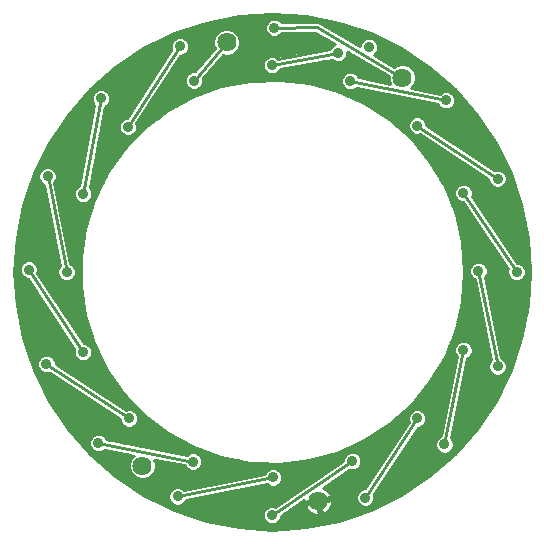
<source format=gbl>
G75*
%MOIN*%
%OFA0B0*%
%FSLAX24Y24*%
%IPPOS*%
%LPD*%
%AMOC8*
5,1,8,0,0,1.08239X$1,22.5*
%
%ADD10C,0.0640*%
%ADD11C,0.0100*%
%ADD12C,0.0350*%
D10*
X004570Y002430D03*
X010420Y001260D03*
X013230Y015370D03*
X007380Y016540D03*
D11*
X002081Y003668D02*
X002822Y002822D01*
X003668Y002081D01*
X004602Y001457D01*
X005611Y000959D01*
X006675Y000598D01*
X007778Y000379D01*
X008900Y000305D01*
X010022Y000379D01*
X011125Y000598D01*
X012189Y000959D01*
X013198Y001457D01*
X014132Y002081D01*
X014978Y002822D01*
X015719Y003668D01*
X016343Y004602D01*
X016841Y005611D01*
X017202Y006675D01*
X017421Y007778D01*
X017421Y007778D01*
X017495Y008900D01*
X017421Y010022D01*
X017202Y011125D01*
X016841Y012189D01*
X016343Y013198D01*
X015719Y014132D01*
X014978Y014978D01*
X014132Y015719D01*
X013198Y016343D01*
X012189Y016841D01*
X011125Y017202D01*
X010022Y017421D01*
X008900Y017495D01*
X007778Y017421D01*
X006675Y017202D01*
X005611Y016841D01*
X004602Y016343D01*
X003668Y015719D01*
X002822Y014978D01*
X002081Y014132D01*
X001457Y013198D01*
X000959Y012189D01*
X000598Y011125D01*
X000379Y010022D01*
X000305Y008900D01*
X000379Y007778D01*
X000598Y006675D01*
X000959Y005611D01*
X001457Y004603D01*
X002081Y003668D01*
X002062Y003696D02*
X005193Y003696D01*
X005322Y003598D02*
X002143Y003598D01*
X002229Y003499D02*
X005464Y003499D01*
X005418Y003524D02*
X006280Y003055D01*
X007203Y002724D01*
X008165Y002537D01*
X008165Y002537D01*
X009145Y002500D01*
X009145Y002500D01*
X010119Y002612D01*
X010119Y002612D01*
X011065Y002872D01*
X011960Y003273D01*
X012783Y003806D01*
X013515Y004459D01*
X014139Y005215D01*
X014640Y006058D01*
X015007Y006967D01*
X015007Y006967D01*
X015230Y007922D01*
X015230Y007922D01*
X015305Y008900D01*
X015230Y009878D01*
X015007Y010833D01*
X014640Y011742D01*
X014139Y012585D01*
X013515Y013341D01*
X013515Y013341D01*
X012783Y013994D01*
X012783Y013994D01*
X011960Y014527D01*
X011960Y014527D01*
X011065Y014928D01*
X011065Y014928D01*
X010119Y015188D01*
X009145Y015300D01*
X008165Y015263D01*
X007203Y015076D01*
X006280Y014745D01*
X005418Y014276D01*
X004639Y013682D01*
X004639Y013682D01*
X003959Y012975D01*
X003959Y012975D01*
X003394Y012173D01*
X002959Y011294D01*
X002663Y010359D01*
X002514Y009390D01*
X002514Y008410D01*
X002663Y007441D01*
X002959Y006506D01*
X002959Y006506D01*
X003394Y005627D01*
X003394Y005627D01*
X003959Y004825D01*
X004639Y004118D01*
X005418Y003524D01*
X005418Y003524D01*
X005645Y003401D02*
X003315Y003401D01*
X003276Y003440D02*
X003163Y003486D01*
X003042Y003486D01*
X002930Y003440D01*
X002844Y003354D01*
X002798Y003242D01*
X002798Y003121D01*
X002844Y003009D01*
X002930Y002923D01*
X003042Y002876D01*
X003163Y002876D01*
X003276Y002923D01*
X003311Y002958D01*
X004275Y002772D01*
X004189Y002685D01*
X004120Y002520D01*
X004120Y002340D01*
X004189Y002175D01*
X004315Y002049D01*
X004480Y001980D01*
X004660Y001980D01*
X004825Y002049D01*
X004951Y002175D01*
X005020Y002340D01*
X005020Y002520D01*
X004971Y002638D01*
X005984Y002442D01*
X006002Y002399D01*
X006088Y002314D01*
X006200Y002267D01*
X006321Y002267D01*
X006433Y002314D01*
X006519Y002399D01*
X006565Y002512D01*
X006565Y002633D01*
X006519Y002745D01*
X006433Y002831D01*
X006321Y002877D01*
X006200Y002877D01*
X006088Y002831D01*
X006053Y002796D01*
X003379Y003312D01*
X003361Y003354D01*
X003276Y003440D01*
X003428Y003302D02*
X005826Y003302D01*
X006008Y003204D02*
X003939Y003204D01*
X003570Y002908D02*
X003239Y002908D01*
X003103Y003181D02*
X006260Y002572D01*
X006066Y002810D02*
X005981Y002810D01*
X006189Y003105D02*
X004449Y003105D01*
X004215Y002711D02*
X002949Y002711D01*
X002837Y002810D02*
X004081Y002810D01*
X004159Y002613D02*
X003062Y002613D01*
X003174Y002514D02*
X004120Y002514D01*
X004120Y002416D02*
X003286Y002416D01*
X003399Y002317D02*
X004130Y002317D01*
X004171Y002219D02*
X003511Y002219D01*
X003623Y002120D02*
X004244Y002120D01*
X004380Y002022D02*
X003757Y002022D01*
X003904Y001923D02*
X007410Y001923D01*
X007273Y001529D02*
X009676Y001529D01*
X009531Y001431D02*
X006774Y001431D01*
X006911Y001825D02*
X004052Y001825D01*
X004199Y001726D02*
X006412Y001726D01*
X006275Y001332D02*
X009385Y001332D01*
X009239Y001234D02*
X005996Y001234D01*
X005999Y001237D02*
X006017Y001281D01*
X008723Y001815D01*
X008757Y001781D01*
X008869Y001735D01*
X008990Y001735D01*
X009102Y001781D01*
X009188Y001867D01*
X009235Y001979D01*
X009235Y002100D01*
X009188Y002213D01*
X009102Y002298D01*
X008990Y002345D01*
X008869Y002345D01*
X008757Y002298D01*
X008671Y002213D01*
X008653Y002169D01*
X005948Y001634D01*
X005913Y001668D01*
X005801Y001715D01*
X005680Y001715D01*
X005568Y001668D01*
X005482Y001583D01*
X005436Y001471D01*
X005436Y001349D01*
X005482Y001237D01*
X005568Y001151D01*
X005680Y001105D01*
X005801Y001105D01*
X005913Y001151D01*
X005999Y001237D01*
X005874Y001135D02*
X009094Y001135D01*
X008994Y001067D02*
X008951Y001085D01*
X008829Y001085D01*
X008717Y001038D01*
X008632Y000953D01*
X008585Y000841D01*
X008585Y000719D01*
X008632Y000607D01*
X008717Y000521D01*
X008829Y000475D01*
X008951Y000475D01*
X009063Y000521D01*
X009149Y000607D01*
X009195Y000719D01*
X009195Y000769D01*
X009950Y001280D01*
X009950Y001223D01*
X009951Y001217D01*
X010361Y001299D01*
X010381Y001201D01*
X010479Y001221D01*
X010459Y001319D01*
X010869Y001401D01*
X010856Y001440D01*
X010822Y001506D01*
X010778Y001566D01*
X010726Y001618D01*
X010666Y001662D01*
X010600Y001696D01*
X010576Y001703D01*
X011464Y002304D01*
X011507Y002286D01*
X011628Y002286D01*
X011740Y002332D01*
X011826Y002418D01*
X011872Y002530D01*
X011872Y002652D01*
X011826Y002764D01*
X011740Y002850D01*
X011628Y002896D01*
X011507Y002896D01*
X011395Y002850D01*
X011309Y002764D01*
X011262Y002652D01*
X011262Y002602D01*
X008994Y001067D01*
X008890Y000780D02*
X011567Y002591D01*
X011287Y002711D02*
X010479Y002711D01*
X010121Y002613D02*
X011262Y002613D01*
X011132Y002514D02*
X009269Y002514D01*
X009057Y002317D02*
X010841Y002317D01*
X010696Y002219D02*
X009182Y002219D01*
X009226Y002120D02*
X010550Y002120D01*
X010404Y002022D02*
X009235Y002022D01*
X009211Y001923D02*
X010259Y001923D01*
X010113Y001825D02*
X009146Y001825D01*
X008930Y002040D02*
X005741Y001410D01*
X005607Y001135D02*
X005254Y001135D01*
X005055Y001234D02*
X005486Y001234D01*
X005443Y001332D02*
X004855Y001332D01*
X004655Y001431D02*
X005436Y001431D01*
X005460Y001529D02*
X004494Y001529D01*
X004347Y001628D02*
X005527Y001628D01*
X005454Y001037D02*
X008715Y001037D01*
X008626Y000938D02*
X005673Y000938D01*
X005964Y000840D02*
X008585Y000840D01*
X008585Y000741D02*
X006254Y000741D01*
X006544Y000643D02*
X008617Y000643D01*
X008695Y000544D02*
X006946Y000544D01*
X007441Y000446D02*
X010359Y000446D01*
X010383Y000790D02*
X010310Y000802D01*
X010240Y000824D01*
X010174Y000858D01*
X010114Y000902D01*
X010062Y000954D01*
X010018Y001014D01*
X009984Y001080D01*
X009971Y001119D01*
X010381Y001201D01*
X010463Y000791D01*
X010457Y000790D01*
X010383Y000790D01*
X010453Y000840D02*
X010555Y000840D01*
X010561Y000811D02*
X010600Y000824D01*
X010666Y000858D01*
X010726Y000902D01*
X010778Y000954D01*
X010822Y001014D01*
X010856Y001080D01*
X010878Y001150D01*
X010890Y001223D01*
X010890Y001297D01*
X010889Y001303D01*
X010479Y001221D01*
X010561Y000811D01*
X010630Y000840D02*
X011836Y000840D01*
X011940Y001065D02*
X012061Y001065D01*
X012173Y001112D01*
X012259Y001198D01*
X012305Y001310D01*
X012305Y001431D01*
X012286Y001478D01*
X013748Y003703D01*
X013793Y003703D01*
X013905Y003750D01*
X013991Y003835D01*
X014038Y003948D01*
X014038Y004069D01*
X013991Y004181D01*
X013905Y004267D01*
X013793Y004313D01*
X013672Y004313D01*
X013560Y004267D01*
X013474Y004181D01*
X013428Y004069D01*
X013428Y003948D01*
X013447Y003901D01*
X011985Y001675D01*
X011940Y001675D01*
X011828Y001629D01*
X011742Y001543D01*
X011695Y001431D01*
X011695Y001310D01*
X011742Y001198D01*
X011828Y001112D01*
X011940Y001065D01*
X011805Y001135D02*
X010874Y001135D01*
X010890Y001234D02*
X011727Y001234D01*
X011695Y001332D02*
X010525Y001332D01*
X010543Y001234D02*
X010476Y001234D01*
X010496Y001135D02*
X010394Y001135D01*
X010414Y001037D02*
X010516Y001037D01*
X010535Y000938D02*
X010433Y000938D01*
X010210Y000840D02*
X009299Y000840D01*
X009195Y000741D02*
X011546Y000741D01*
X011256Y000643D02*
X009163Y000643D01*
X009086Y000544D02*
X010854Y000544D01*
X010763Y000938D02*
X012127Y000938D01*
X012196Y001135D02*
X012546Y001135D01*
X012745Y001234D02*
X012274Y001234D01*
X012305Y001332D02*
X012945Y001332D01*
X013145Y001431D02*
X012305Y001431D01*
X012320Y001529D02*
X013306Y001529D01*
X013453Y001628D02*
X012385Y001628D01*
X012449Y001726D02*
X013601Y001726D01*
X013748Y001825D02*
X012514Y001825D01*
X012579Y001923D02*
X013896Y001923D01*
X014043Y002022D02*
X012643Y002022D01*
X012708Y002120D02*
X014177Y002120D01*
X014289Y002219D02*
X012773Y002219D01*
X012837Y002317D02*
X014401Y002317D01*
X014514Y002416D02*
X012902Y002416D01*
X012967Y002514D02*
X014626Y002514D01*
X014738Y002613D02*
X013031Y002613D01*
X013096Y002711D02*
X014851Y002711D01*
X014963Y002810D02*
X013161Y002810D01*
X013225Y002908D02*
X014441Y002908D01*
X014465Y002884D02*
X014578Y002837D01*
X014699Y002837D01*
X014811Y002884D01*
X014897Y002969D01*
X014943Y003081D01*
X014943Y003203D01*
X014897Y003315D01*
X014863Y003349D01*
X015396Y006015D01*
X015441Y006033D01*
X015527Y006119D01*
X015573Y006231D01*
X015573Y006352D01*
X015527Y006465D01*
X015441Y006550D01*
X015329Y006597D01*
X015207Y006597D01*
X015095Y006550D01*
X015010Y006465D01*
X014963Y006352D01*
X014963Y006231D01*
X015010Y006119D01*
X015043Y006085D01*
X014510Y003419D01*
X014465Y003401D01*
X014380Y003315D01*
X014333Y003203D01*
X014333Y003081D01*
X014380Y002969D01*
X014465Y002884D01*
X014364Y003007D02*
X013290Y003007D01*
X013355Y003105D02*
X014333Y003105D01*
X014333Y003204D02*
X013420Y003204D01*
X013484Y003302D02*
X014374Y003302D01*
X014465Y003401D02*
X013549Y003401D01*
X013614Y003499D02*
X014526Y003499D01*
X014546Y003598D02*
X013678Y003598D01*
X013743Y003696D02*
X014565Y003696D01*
X014585Y003795D02*
X013950Y003795D01*
X014015Y003893D02*
X014605Y003893D01*
X014625Y003992D02*
X014038Y003992D01*
X014029Y004090D02*
X014644Y004090D01*
X014664Y004189D02*
X013984Y004189D01*
X013857Y004287D02*
X014684Y004287D01*
X014703Y004386D02*
X013433Y004386D01*
X013515Y004459D02*
X013515Y004459D01*
X013536Y004484D02*
X014723Y004484D01*
X014743Y004583D02*
X013617Y004583D01*
X013698Y004681D02*
X014762Y004681D01*
X014782Y004780D02*
X013780Y004780D01*
X013861Y004878D02*
X014802Y004878D01*
X014822Y004977D02*
X013942Y004977D01*
X014023Y005075D02*
X014841Y005075D01*
X014861Y005174D02*
X014105Y005174D01*
X014139Y005215D02*
X014139Y005215D01*
X014173Y005272D02*
X014881Y005272D01*
X014900Y005371D02*
X014231Y005371D01*
X014290Y005469D02*
X014920Y005469D01*
X014940Y005568D02*
X014348Y005568D01*
X014407Y005666D02*
X014959Y005666D01*
X014979Y005765D02*
X014465Y005765D01*
X014524Y005863D02*
X014999Y005863D01*
X015019Y005962D02*
X014583Y005962D01*
X014640Y006058D02*
X014640Y006058D01*
X014641Y006060D02*
X015038Y006060D01*
X014993Y006159D02*
X014680Y006159D01*
X014720Y006257D02*
X014963Y006257D01*
X014964Y006356D02*
X014760Y006356D01*
X014800Y006454D02*
X015005Y006454D01*
X015101Y006553D02*
X014839Y006553D01*
X014879Y006651D02*
X016044Y006651D01*
X016063Y006553D02*
X015436Y006553D01*
X015531Y006454D02*
X016083Y006454D01*
X016103Y006356D02*
X015572Y006356D01*
X015573Y006257D02*
X016123Y006257D01*
X016142Y006159D02*
X015543Y006159D01*
X015468Y006060D02*
X016162Y006060D01*
X016182Y005962D02*
X015386Y005962D01*
X015366Y005863D02*
X016130Y005863D01*
X016151Y005913D02*
X016105Y005801D01*
X016105Y005680D01*
X016151Y005568D01*
X016237Y005482D01*
X016349Y005436D01*
X016471Y005436D01*
X016583Y005482D01*
X016668Y005568D01*
X016715Y005680D01*
X016715Y005801D01*
X016668Y005913D01*
X016583Y005999D01*
X016538Y006018D01*
X015995Y008723D01*
X016029Y008757D01*
X016075Y008869D01*
X016075Y008990D01*
X016029Y009102D01*
X015943Y009188D01*
X015831Y009235D01*
X015709Y009235D01*
X015597Y009188D01*
X015512Y009102D01*
X015465Y008990D01*
X015465Y008869D01*
X015512Y008757D01*
X015597Y008671D01*
X015642Y008652D01*
X016185Y005947D01*
X016151Y005913D01*
X016105Y005765D02*
X015346Y005765D01*
X015327Y005666D02*
X016111Y005666D01*
X016152Y005568D02*
X015307Y005568D01*
X015287Y005469D02*
X016268Y005469D01*
X016551Y005469D02*
X016771Y005469D01*
X016819Y005568D02*
X016668Y005568D01*
X016709Y005666D02*
X016859Y005666D01*
X016893Y005765D02*
X016715Y005765D01*
X016689Y005863D02*
X016926Y005863D01*
X016960Y005962D02*
X016620Y005962D01*
X016529Y006060D02*
X016993Y006060D01*
X017027Y006159D02*
X016510Y006159D01*
X016490Y006257D02*
X017060Y006257D01*
X017094Y006356D02*
X016470Y006356D01*
X016450Y006454D02*
X017127Y006454D01*
X017160Y006553D02*
X016431Y006553D01*
X016411Y006651D02*
X017194Y006651D01*
X017217Y006750D02*
X016391Y006750D01*
X016371Y006848D02*
X017236Y006848D01*
X017256Y006947D02*
X016351Y006947D01*
X016332Y007045D02*
X017276Y007045D01*
X017295Y007144D02*
X016312Y007144D01*
X016292Y007242D02*
X017315Y007242D01*
X017334Y007341D02*
X016272Y007341D01*
X016253Y007439D02*
X017354Y007439D01*
X017374Y007538D02*
X016233Y007538D01*
X016213Y007636D02*
X017393Y007636D01*
X017413Y007735D02*
X016193Y007735D01*
X016174Y007833D02*
X017425Y007833D01*
X017432Y007932D02*
X016154Y007932D01*
X016134Y008030D02*
X017438Y008030D01*
X017444Y008129D02*
X016114Y008129D01*
X016095Y008227D02*
X017451Y008227D01*
X017457Y008326D02*
X016075Y008326D01*
X016055Y008424D02*
X017464Y008424D01*
X017470Y008523D02*
X016035Y008523D01*
X016016Y008621D02*
X016893Y008621D01*
X016867Y008632D02*
X016979Y008585D01*
X017100Y008585D01*
X017213Y008632D01*
X017298Y008717D01*
X017345Y008829D01*
X017345Y008951D01*
X017298Y009063D01*
X017213Y009149D01*
X017100Y009195D01*
X017052Y009195D01*
X015555Y011424D01*
X015573Y011467D01*
X015573Y011589D01*
X015527Y011701D01*
X015441Y011787D01*
X015329Y011833D01*
X015207Y011833D01*
X015095Y011787D01*
X015010Y011701D01*
X014963Y011589D01*
X014963Y011467D01*
X015010Y011355D01*
X015095Y011269D01*
X015207Y011223D01*
X015256Y011223D01*
X016753Y008994D01*
X016735Y008951D01*
X016735Y008829D01*
X016781Y008717D01*
X016867Y008632D01*
X016780Y008720D02*
X015996Y008720D01*
X016054Y008818D02*
X016740Y008818D01*
X016735Y008917D02*
X016075Y008917D01*
X016065Y009015D02*
X016739Y009015D01*
X016673Y009114D02*
X016017Y009114D01*
X015885Y009212D02*
X016607Y009212D01*
X016541Y009311D02*
X015273Y009311D01*
X015266Y009409D02*
X016474Y009409D01*
X016408Y009508D02*
X015258Y009508D01*
X015251Y009606D02*
X016342Y009606D01*
X016276Y009705D02*
X015243Y009705D01*
X015236Y009803D02*
X016210Y009803D01*
X016144Y009902D02*
X015224Y009902D01*
X015230Y009878D02*
X015230Y009878D01*
X015201Y010000D02*
X016078Y010000D01*
X016011Y010099D02*
X015178Y010099D01*
X015155Y010197D02*
X015945Y010197D01*
X015879Y010296D02*
X015132Y010296D01*
X015109Y010394D02*
X015813Y010394D01*
X015747Y010493D02*
X015086Y010493D01*
X015063Y010591D02*
X015681Y010591D01*
X015614Y010690D02*
X015040Y010690D01*
X015017Y010788D02*
X015548Y010788D01*
X015482Y010887D02*
X014985Y010887D01*
X015007Y010833D02*
X015007Y010833D01*
X014945Y010985D02*
X015416Y010985D01*
X015350Y011084D02*
X014905Y011084D01*
X014866Y011182D02*
X015284Y011182D01*
X015084Y011281D02*
X014826Y011281D01*
X014786Y011379D02*
X015000Y011379D01*
X014963Y011478D02*
X014747Y011478D01*
X014707Y011576D02*
X014963Y011576D01*
X014999Y011675D02*
X014667Y011675D01*
X014640Y011742D02*
X014640Y011742D01*
X014622Y011773D02*
X015082Y011773D01*
X015268Y011528D02*
X017040Y008890D01*
X017187Y008621D02*
X017477Y008621D01*
X017483Y008720D02*
X017299Y008720D01*
X017340Y008818D02*
X017490Y008818D01*
X017494Y008917D02*
X017345Y008917D01*
X017318Y009015D02*
X017487Y009015D01*
X017481Y009114D02*
X017248Y009114D01*
X017040Y009212D02*
X017475Y009212D01*
X017468Y009311D02*
X016974Y009311D01*
X016908Y009409D02*
X017462Y009409D01*
X017455Y009508D02*
X016842Y009508D01*
X016776Y009606D02*
X017449Y009606D01*
X017442Y009705D02*
X016710Y009705D01*
X016643Y009803D02*
X017436Y009803D01*
X017429Y009902D02*
X016577Y009902D01*
X016511Y010000D02*
X017423Y010000D01*
X017406Y010099D02*
X016445Y010099D01*
X016379Y010197D02*
X017387Y010197D01*
X017367Y010296D02*
X016313Y010296D01*
X016247Y010394D02*
X017347Y010394D01*
X017328Y010493D02*
X016180Y010493D01*
X016114Y010591D02*
X017308Y010591D01*
X017289Y010690D02*
X016048Y010690D01*
X015982Y010788D02*
X017269Y010788D01*
X017249Y010887D02*
X015916Y010887D01*
X015850Y010985D02*
X017230Y010985D01*
X017210Y011084D02*
X015783Y011084D01*
X015717Y011182D02*
X017183Y011182D01*
X017149Y011281D02*
X015651Y011281D01*
X015585Y011379D02*
X017116Y011379D01*
X017082Y011478D02*
X015573Y011478D01*
X015573Y011576D02*
X017049Y011576D01*
X017015Y011675D02*
X015538Y011675D01*
X015454Y011773D02*
X016206Y011773D01*
X016237Y011742D02*
X016349Y011695D01*
X016471Y011695D01*
X016583Y011742D01*
X016668Y011828D01*
X016715Y011940D01*
X016715Y012061D01*
X016668Y012173D01*
X016583Y012259D01*
X016471Y012305D01*
X016349Y012305D01*
X016304Y012287D01*
X014038Y013786D01*
X014038Y013833D01*
X013991Y013945D01*
X013905Y014031D01*
X013793Y014077D01*
X013672Y014077D01*
X013560Y014031D01*
X013474Y013945D01*
X013428Y013833D01*
X013428Y013711D01*
X013474Y013599D01*
X013560Y013513D01*
X013672Y013467D01*
X013793Y013467D01*
X013839Y013486D01*
X016105Y011986D01*
X016105Y011940D01*
X016151Y011828D01*
X016237Y011742D01*
X016133Y011872D02*
X014563Y011872D01*
X014504Y011970D02*
X016105Y011970D01*
X015981Y012069D02*
X014446Y012069D01*
X014387Y012167D02*
X015832Y012167D01*
X015683Y012266D02*
X014329Y012266D01*
X014270Y012364D02*
X015534Y012364D01*
X015385Y012463D02*
X014212Y012463D01*
X014153Y012561D02*
X015236Y012561D01*
X015088Y012660D02*
X014077Y012660D01*
X014139Y012585D02*
X014139Y012585D01*
X013996Y012758D02*
X014939Y012758D01*
X014790Y012857D02*
X013915Y012857D01*
X013834Y012955D02*
X014641Y012955D01*
X014492Y013054D02*
X013752Y013054D01*
X013671Y013152D02*
X014343Y013152D01*
X014195Y013251D02*
X013590Y013251D01*
X013515Y013341D02*
X013515Y013341D01*
X013506Y013349D02*
X014046Y013349D01*
X013897Y013448D02*
X013396Y013448D01*
X013285Y013546D02*
X013527Y013546D01*
X013455Y013645D02*
X013175Y013645D01*
X013064Y013743D02*
X013428Y013743D01*
X013431Y013842D02*
X012954Y013842D01*
X012843Y013940D02*
X013472Y013940D01*
X013579Y014039D02*
X012714Y014039D01*
X012562Y014137D02*
X015715Y014137D01*
X015782Y014039D02*
X013886Y014039D01*
X013993Y013940D02*
X015847Y013940D01*
X015913Y013842D02*
X014034Y013842D01*
X014103Y013743D02*
X015979Y013743D01*
X016045Y013645D02*
X014252Y013645D01*
X014400Y013546D02*
X016111Y013546D01*
X016176Y013448D02*
X014549Y013448D01*
X014698Y013349D02*
X016242Y013349D01*
X016308Y013251D02*
X014847Y013251D01*
X014996Y013152D02*
X016366Y013152D01*
X016414Y013054D02*
X015145Y013054D01*
X015293Y012955D02*
X016463Y012955D01*
X016512Y012857D02*
X015442Y012857D01*
X015591Y012758D02*
X016560Y012758D01*
X016609Y012660D02*
X015740Y012660D01*
X015889Y012561D02*
X016657Y012561D01*
X016706Y012463D02*
X016038Y012463D01*
X016187Y012364D02*
X016755Y012364D01*
X016803Y012266D02*
X016567Y012266D01*
X016671Y012167D02*
X016848Y012167D01*
X016882Y012069D02*
X016712Y012069D01*
X016715Y011970D02*
X016915Y011970D01*
X016949Y011872D02*
X016687Y011872D01*
X016614Y011773D02*
X016982Y011773D01*
X016410Y012000D02*
X013733Y013772D01*
X014171Y014531D02*
X011951Y014531D01*
X012105Y014433D02*
X014436Y014433D01*
X014431Y014438D02*
X014517Y014352D01*
X014629Y014306D01*
X014750Y014306D01*
X014862Y014352D01*
X014948Y014438D01*
X014994Y014550D01*
X014994Y014671D01*
X014948Y014783D01*
X014862Y014869D01*
X014750Y014916D01*
X014629Y014916D01*
X014517Y014869D01*
X014483Y014836D01*
X013524Y015028D01*
X013611Y015115D01*
X013680Y015280D01*
X013680Y015460D01*
X013611Y015625D01*
X013485Y015751D01*
X013320Y015820D01*
X013140Y015820D01*
X012975Y015751D01*
X012961Y015737D01*
X012290Y016131D01*
X012291Y016132D01*
X012377Y016217D01*
X012424Y016329D01*
X012424Y016451D01*
X012377Y016563D01*
X012291Y016649D01*
X012179Y016695D01*
X012058Y016695D01*
X011946Y016649D01*
X011860Y016563D01*
X011814Y016451D01*
X011814Y016410D01*
X010497Y017184D01*
X010460Y017220D01*
X010435Y017220D01*
X010413Y017233D01*
X010363Y017220D01*
X009215Y017213D01*
X009138Y017290D01*
X009026Y017337D01*
X008904Y017337D01*
X008792Y017290D01*
X008706Y017205D01*
X008660Y017093D01*
X008660Y016971D01*
X008706Y016859D01*
X008792Y016773D01*
X008904Y016727D01*
X009026Y016727D01*
X009138Y016773D01*
X009218Y016853D01*
X010338Y016859D01*
X010987Y016479D01*
X010922Y016452D01*
X010836Y016366D01*
X010819Y016325D01*
X009099Y016002D01*
X009063Y016038D01*
X008951Y016085D01*
X008829Y016085D01*
X008717Y016038D01*
X008632Y015953D01*
X008585Y015841D01*
X008585Y015719D01*
X008632Y015607D01*
X008717Y015521D01*
X008829Y015475D01*
X008951Y015475D01*
X009063Y015521D01*
X009149Y015607D01*
X009166Y015648D01*
X010886Y015971D01*
X010922Y015935D01*
X011034Y015888D01*
X011156Y015888D01*
X011268Y015935D01*
X011353Y016021D01*
X011400Y016133D01*
X011400Y016236D01*
X012780Y015425D01*
X012780Y015280D01*
X012827Y015168D01*
X011777Y015378D01*
X011759Y015423D01*
X011673Y015509D01*
X011561Y015555D01*
X011439Y015555D01*
X011327Y015509D01*
X011241Y015423D01*
X011195Y015311D01*
X011195Y015189D01*
X011241Y015077D01*
X011327Y014991D01*
X011439Y014945D01*
X011561Y014945D01*
X011673Y014991D01*
X011706Y015025D01*
X014412Y014483D01*
X014431Y014438D01*
X014560Y014334D02*
X012258Y014334D01*
X012410Y014236D02*
X015628Y014236D01*
X015542Y014334D02*
X014819Y014334D01*
X014943Y014433D02*
X015456Y014433D01*
X015369Y014531D02*
X014987Y014531D01*
X014994Y014630D02*
X015283Y014630D01*
X015196Y014728D02*
X014971Y014728D01*
X014905Y014827D02*
X015110Y014827D01*
X015024Y014925D02*
X014037Y014925D01*
X013679Y014630D02*
X011731Y014630D01*
X011511Y014728D02*
X013188Y014728D01*
X013545Y015024D02*
X014925Y015024D01*
X014813Y015122D02*
X013614Y015122D01*
X013655Y015221D02*
X014701Y015221D01*
X014588Y015319D02*
X013680Y015319D01*
X013680Y015418D02*
X014476Y015418D01*
X014364Y015516D02*
X013657Y015516D01*
X013616Y015615D02*
X014251Y015615D01*
X014139Y015713D02*
X013523Y015713D01*
X013340Y015812D02*
X013994Y015812D01*
X013846Y015910D02*
X012666Y015910D01*
X012834Y015812D02*
X013120Y015812D01*
X013230Y015370D02*
X010386Y017040D01*
X008965Y017032D01*
X009161Y016797D02*
X010445Y016797D01*
X010613Y016698D02*
X007802Y016698D01*
X007830Y016630D02*
X007761Y016795D01*
X007635Y016921D01*
X007470Y016990D01*
X007290Y016990D01*
X007125Y016921D01*
X006999Y016795D01*
X006930Y016630D01*
X006930Y016450D01*
X006975Y016343D01*
X006316Y015573D01*
X006231Y015573D01*
X006119Y015527D01*
X006033Y015441D01*
X005987Y015329D01*
X005987Y015207D01*
X006033Y015095D01*
X006119Y015010D01*
X006231Y014963D01*
X006352Y014963D01*
X006465Y015010D01*
X006550Y015095D01*
X006597Y015207D01*
X006597Y015329D01*
X006591Y015342D01*
X007247Y016108D01*
X007290Y016090D01*
X007470Y016090D01*
X007635Y016159D01*
X007761Y016285D01*
X007830Y016450D01*
X007830Y016630D01*
X007830Y016600D02*
X010780Y016600D01*
X010948Y016501D02*
X007830Y016501D01*
X007810Y016403D02*
X010873Y016403D01*
X010709Y016304D02*
X007769Y016304D01*
X007682Y016206D02*
X010183Y016206D01*
X010561Y015910D02*
X010982Y015910D01*
X011208Y015910D02*
X011955Y015910D01*
X012123Y015812D02*
X010036Y015812D01*
X009658Y016107D02*
X007511Y016107D01*
X007249Y016107D02*
X007246Y016107D01*
X007162Y016009D02*
X008687Y016009D01*
X008614Y015910D02*
X007078Y015910D01*
X006994Y015812D02*
X008585Y015812D01*
X008588Y015713D02*
X006909Y015713D01*
X006825Y015615D02*
X008629Y015615D01*
X008730Y015516D02*
X006741Y015516D01*
X006656Y015418D02*
X011239Y015418D01*
X011198Y015319D02*
X006597Y015319D01*
X006597Y015221D02*
X007948Y015221D01*
X007440Y015122D02*
X006561Y015122D01*
X006478Y015024D02*
X007057Y015024D01*
X006782Y014925D02*
X005073Y014925D01*
X005137Y015024D02*
X006105Y015024D01*
X006022Y015122D02*
X005200Y015122D01*
X005264Y015221D02*
X005987Y015221D01*
X005987Y015319D02*
X005328Y015319D01*
X005392Y015418D02*
X006023Y015418D01*
X006108Y015516D02*
X005455Y015516D01*
X005519Y015615D02*
X006351Y015615D01*
X006436Y015713D02*
X005583Y015713D01*
X005647Y015812D02*
X006520Y015812D01*
X006604Y015910D02*
X005710Y015910D01*
X005774Y016009D02*
X006688Y016009D01*
X006773Y016107D02*
X005885Y016107D01*
X005880Y016105D02*
X005992Y016151D01*
X006078Y016237D01*
X006124Y016349D01*
X006124Y016471D01*
X006078Y016583D01*
X005992Y016668D01*
X005880Y016715D01*
X005759Y016715D01*
X005647Y016668D01*
X005561Y016583D01*
X005514Y016471D01*
X005514Y016349D01*
X005534Y016301D01*
X004070Y014038D01*
X004026Y014038D01*
X003914Y013991D01*
X003828Y013905D01*
X003782Y013793D01*
X003782Y013672D01*
X003828Y013560D01*
X003914Y013474D01*
X004026Y013428D01*
X004148Y013428D01*
X004260Y013474D01*
X004346Y013560D01*
X004392Y013672D01*
X004392Y013793D01*
X004372Y013842D01*
X005836Y016105D01*
X005880Y016105D01*
X006046Y016206D02*
X006857Y016206D01*
X006941Y016304D02*
X006106Y016304D01*
X006124Y016403D02*
X006950Y016403D01*
X006930Y016501D02*
X006112Y016501D01*
X006061Y016600D02*
X006930Y016600D01*
X006958Y016698D02*
X005921Y016698D01*
X005718Y016698D02*
X005321Y016698D01*
X005122Y016600D02*
X005578Y016600D01*
X005527Y016501D02*
X004922Y016501D01*
X004722Y016403D02*
X005514Y016403D01*
X005533Y016304D02*
X004543Y016304D01*
X004396Y016206D02*
X005473Y016206D01*
X005409Y016107D02*
X004249Y016107D01*
X004101Y016009D02*
X005345Y016009D01*
X005281Y015910D02*
X003954Y015910D01*
X003806Y015812D02*
X005218Y015812D01*
X005154Y015713D02*
X003661Y015713D01*
X003549Y015615D02*
X005090Y015615D01*
X005027Y015516D02*
X003436Y015516D01*
X003324Y015418D02*
X004963Y015418D01*
X004899Y015319D02*
X003212Y015319D01*
X003099Y015221D02*
X004835Y015221D01*
X004772Y015122D02*
X002987Y015122D01*
X002875Y015024D02*
X004708Y015024D01*
X004644Y014925D02*
X003365Y014925D01*
X003354Y014936D02*
X003242Y014983D01*
X003121Y014983D01*
X003009Y014936D01*
X002923Y014850D01*
X002876Y014738D01*
X002876Y014617D01*
X002923Y014505D01*
X002960Y014468D01*
X002459Y011764D01*
X002418Y011747D01*
X002332Y011661D01*
X002286Y011549D01*
X002286Y011428D01*
X002332Y011316D01*
X002418Y011230D01*
X002530Y011184D01*
X002652Y011184D01*
X002764Y011230D01*
X002850Y011316D01*
X002896Y011428D01*
X002896Y011549D01*
X002850Y011661D01*
X002813Y011698D01*
X003314Y014402D01*
X003354Y014419D01*
X003440Y014505D01*
X003486Y014617D01*
X003486Y014738D01*
X003440Y014850D01*
X003354Y014936D01*
X003450Y014827D02*
X004580Y014827D01*
X004517Y014728D02*
X003486Y014728D01*
X003486Y014630D02*
X004453Y014630D01*
X004389Y014531D02*
X003451Y014531D01*
X003368Y014433D02*
X004325Y014433D01*
X004262Y014334D02*
X003301Y014334D01*
X003283Y014236D02*
X004198Y014236D01*
X004134Y014137D02*
X003264Y014137D01*
X003246Y014039D02*
X004071Y014039D01*
X003863Y013940D02*
X003228Y013940D01*
X003210Y013842D02*
X003802Y013842D01*
X003782Y013743D02*
X003191Y013743D01*
X003173Y013645D02*
X003793Y013645D01*
X003842Y013546D02*
X003155Y013546D01*
X003137Y013448D02*
X003978Y013448D01*
X004196Y013448D02*
X004413Y013448D01*
X004332Y013546D02*
X004508Y013546D01*
X004603Y013645D02*
X004381Y013645D01*
X004392Y013743D02*
X004719Y013743D01*
X004848Y013842D02*
X004372Y013842D01*
X004436Y013940D02*
X004978Y013940D01*
X005107Y014039D02*
X004499Y014039D01*
X004563Y014137D02*
X005236Y014137D01*
X005365Y014236D02*
X004627Y014236D01*
X004691Y014334D02*
X005525Y014334D01*
X005418Y014276D02*
X005418Y014276D01*
X005706Y014433D02*
X004754Y014433D01*
X004818Y014531D02*
X005887Y014531D01*
X006068Y014630D02*
X004882Y014630D01*
X004945Y014728D02*
X006249Y014728D01*
X006508Y014827D02*
X005009Y014827D01*
X004087Y013733D02*
X005819Y016410D01*
X005771Y016895D02*
X007099Y016895D01*
X007000Y016797D02*
X005521Y016797D01*
X006061Y016994D02*
X008660Y016994D01*
X008660Y017092D02*
X006351Y017092D01*
X006641Y017191D02*
X008701Y017191D01*
X008791Y017289D02*
X007112Y017289D01*
X007608Y017388D02*
X010192Y017388D01*
X010490Y017191D02*
X011159Y017191D01*
X011449Y017092D02*
X010653Y017092D01*
X010820Y016994D02*
X011739Y016994D01*
X012029Y016895D02*
X010988Y016895D01*
X011156Y016797D02*
X012279Y016797D01*
X012340Y016600D02*
X012678Y016600D01*
X012479Y016698D02*
X011324Y016698D01*
X011491Y016600D02*
X011897Y016600D01*
X011834Y016501D02*
X011659Y016501D01*
X011451Y016206D02*
X011400Y016206D01*
X011389Y016107D02*
X011619Y016107D01*
X011787Y016009D02*
X011341Y016009D01*
X011095Y016193D02*
X008890Y015780D01*
X009050Y015516D02*
X011345Y015516D01*
X011500Y015250D02*
X014689Y014611D01*
X013699Y016009D02*
X012498Y016009D01*
X012330Y016107D02*
X013551Y016107D01*
X013404Y016206D02*
X012365Y016206D01*
X012413Y016304D02*
X013257Y016304D01*
X013078Y016403D02*
X012424Y016403D01*
X012403Y016501D02*
X012878Y016501D01*
X012290Y015713D02*
X009510Y015713D01*
X009152Y015615D02*
X012458Y015615D01*
X012626Y015516D02*
X011655Y015516D01*
X011761Y015418D02*
X012780Y015418D01*
X012780Y015319D02*
X012071Y015319D01*
X011714Y015024D02*
X011705Y015024D01*
X011295Y015024D02*
X010717Y015024D01*
X011072Y014925D02*
X012205Y014925D01*
X012563Y015221D02*
X012805Y015221D01*
X012697Y014827D02*
X011291Y014827D01*
X011223Y015122D02*
X010359Y015122D01*
X010119Y015188D02*
X010119Y015188D01*
X009836Y015221D02*
X011195Y015221D01*
X009133Y016009D02*
X009093Y016009D01*
X008769Y016797D02*
X007760Y016797D01*
X007661Y016895D02*
X008692Y016895D01*
X009139Y017289D02*
X010688Y017289D01*
X009037Y017486D02*
X008763Y017486D01*
X007380Y016540D02*
X006292Y015268D01*
X004318Y013349D02*
X003119Y013349D01*
X003100Y013251D02*
X004224Y013251D01*
X004129Y013152D02*
X003082Y013152D01*
X003064Y013054D02*
X004034Y013054D01*
X003944Y012955D02*
X003046Y012955D01*
X003027Y012857D02*
X003875Y012857D01*
X003806Y012758D02*
X003009Y012758D01*
X002991Y012660D02*
X003737Y012660D01*
X003667Y012561D02*
X002973Y012561D01*
X002954Y012463D02*
X003598Y012463D01*
X003529Y012364D02*
X002936Y012364D01*
X002918Y012266D02*
X003459Y012266D01*
X003394Y012173D02*
X003394Y012173D01*
X003391Y012167D02*
X002900Y012167D01*
X002881Y012069D02*
X003343Y012069D01*
X003294Y011970D02*
X002863Y011970D01*
X002845Y011872D02*
X003245Y011872D01*
X003196Y011773D02*
X002827Y011773D01*
X002836Y011675D02*
X003148Y011675D01*
X003099Y011576D02*
X002885Y011576D01*
X002896Y011478D02*
X003050Y011478D01*
X003001Y011379D02*
X002876Y011379D01*
X002814Y011281D02*
X002955Y011281D01*
X002959Y011294D02*
X002959Y011294D01*
X002924Y011182D02*
X001771Y011182D01*
X001790Y011084D02*
X002893Y011084D01*
X002861Y010985D02*
X001809Y010985D01*
X001829Y010887D02*
X002830Y010887D01*
X002799Y010788D02*
X001848Y010788D01*
X001868Y010690D02*
X002768Y010690D01*
X002737Y010591D02*
X001887Y010591D01*
X001907Y010493D02*
X002706Y010493D01*
X002674Y010394D02*
X001926Y010394D01*
X001946Y010296D02*
X002654Y010296D01*
X002663Y010359D02*
X002663Y010359D01*
X002638Y010197D02*
X001965Y010197D01*
X001985Y010099D02*
X002623Y010099D01*
X002608Y010000D02*
X002004Y010000D01*
X002023Y009902D02*
X002593Y009902D01*
X002578Y009803D02*
X002043Y009803D01*
X002062Y009705D02*
X002562Y009705D01*
X002547Y009606D02*
X002082Y009606D01*
X002101Y009508D02*
X002532Y009508D01*
X002517Y009409D02*
X002121Y009409D01*
X002140Y009311D02*
X002514Y009311D01*
X002514Y009212D02*
X002160Y009212D01*
X002169Y009167D02*
X001634Y011872D01*
X001668Y011906D01*
X001715Y012018D01*
X001715Y012140D01*
X001668Y012252D01*
X001583Y012338D01*
X001471Y012384D01*
X001349Y012384D01*
X001237Y012338D01*
X001151Y012252D01*
X001105Y012140D01*
X001105Y012018D01*
X001151Y011906D01*
X001237Y011821D01*
X001281Y011802D01*
X001815Y009097D01*
X001781Y009063D01*
X001735Y008951D01*
X001735Y008829D01*
X001781Y008717D01*
X001867Y008632D01*
X001979Y008585D01*
X002100Y008585D01*
X002213Y008632D01*
X002298Y008717D01*
X002345Y008829D01*
X002345Y008951D01*
X002298Y009063D01*
X002213Y009149D01*
X002169Y009167D01*
X002248Y009114D02*
X002514Y009114D01*
X002514Y009015D02*
X002318Y009015D01*
X002345Y008917D02*
X002514Y008917D01*
X002514Y008818D02*
X002340Y008818D01*
X002299Y008720D02*
X002514Y008720D01*
X002514Y008621D02*
X002187Y008621D01*
X002040Y008890D02*
X001410Y012079D01*
X001125Y011970D02*
X000885Y011970D01*
X000918Y012069D02*
X001105Y012069D01*
X001116Y012167D02*
X000952Y012167D01*
X000997Y012266D02*
X001165Y012266D01*
X001045Y012364D02*
X001301Y012364D01*
X001519Y012364D02*
X002570Y012364D01*
X002552Y012266D02*
X001655Y012266D01*
X001704Y012167D02*
X002534Y012167D01*
X002515Y012069D02*
X001715Y012069D01*
X001695Y011970D02*
X002497Y011970D01*
X002479Y011872D02*
X001634Y011872D01*
X001654Y011773D02*
X002461Y011773D01*
X002346Y011675D02*
X001673Y011675D01*
X001693Y011576D02*
X002297Y011576D01*
X002286Y011478D02*
X001712Y011478D01*
X001732Y011379D02*
X002306Y011379D01*
X002368Y011281D02*
X001751Y011281D01*
X001404Y011182D02*
X000617Y011182D01*
X000590Y011084D02*
X001423Y011084D01*
X001442Y010985D02*
X000570Y010985D01*
X000551Y010887D02*
X001462Y010887D01*
X001481Y010788D02*
X000531Y010788D01*
X000511Y010690D02*
X001501Y010690D01*
X001520Y010591D02*
X000492Y010591D01*
X000472Y010493D02*
X001540Y010493D01*
X001559Y010394D02*
X000453Y010394D01*
X000433Y010296D02*
X001579Y010296D01*
X001598Y010197D02*
X000413Y010197D01*
X000394Y010099D02*
X001618Y010099D01*
X001637Y010000D02*
X000377Y010000D01*
X000371Y009902D02*
X001657Y009902D01*
X001676Y009803D02*
X000364Y009803D01*
X000358Y009705D02*
X001695Y009705D01*
X001715Y009606D02*
X000351Y009606D01*
X000345Y009508D02*
X001734Y009508D01*
X001754Y009409D02*
X000338Y009409D01*
X000332Y009311D02*
X001773Y009311D01*
X001793Y009212D02*
X000968Y009212D01*
X000953Y009227D02*
X000841Y009274D01*
X000719Y009274D01*
X000607Y009227D01*
X000521Y009142D01*
X000475Y009030D01*
X000475Y008908D01*
X000521Y008796D01*
X000607Y008710D01*
X000719Y008664D01*
X000765Y008664D01*
X002305Y006320D01*
X002286Y006274D01*
X002286Y006152D01*
X002332Y006040D01*
X002418Y005954D01*
X002530Y005908D01*
X002652Y005908D01*
X002764Y005954D01*
X002850Y006040D01*
X002896Y006152D01*
X002896Y006274D01*
X002850Y006386D01*
X002764Y006472D01*
X002652Y006518D01*
X002606Y006518D01*
X001066Y008862D01*
X001085Y008908D01*
X001085Y009030D01*
X001038Y009142D01*
X000953Y009227D01*
X001050Y009114D02*
X001812Y009114D01*
X001761Y009015D02*
X001085Y009015D01*
X001085Y008917D02*
X001735Y008917D01*
X001740Y008818D02*
X001094Y008818D01*
X001159Y008720D02*
X001780Y008720D01*
X001893Y008621D02*
X001224Y008621D01*
X001289Y008523D02*
X002514Y008523D01*
X002514Y008424D02*
X001353Y008424D01*
X001418Y008326D02*
X002527Y008326D01*
X002542Y008227D02*
X001483Y008227D01*
X001548Y008129D02*
X002557Y008129D01*
X002572Y008030D02*
X001612Y008030D01*
X001677Y007932D02*
X002588Y007932D01*
X002603Y007833D02*
X001742Y007833D01*
X001806Y007735D02*
X002618Y007735D01*
X002633Y007636D02*
X001871Y007636D01*
X001936Y007538D02*
X002649Y007538D01*
X002663Y007441D02*
X002663Y007441D01*
X002664Y007439D02*
X002001Y007439D01*
X002065Y007341D02*
X002695Y007341D01*
X002726Y007242D02*
X002130Y007242D01*
X002195Y007144D02*
X002757Y007144D01*
X002789Y007045D02*
X002260Y007045D01*
X002324Y006947D02*
X002820Y006947D01*
X002851Y006848D02*
X002389Y006848D01*
X002454Y006750D02*
X002882Y006750D01*
X002913Y006651D02*
X002518Y006651D01*
X002583Y006553D02*
X002945Y006553D01*
X002985Y006454D02*
X002781Y006454D01*
X002862Y006356D02*
X003034Y006356D01*
X003082Y006257D02*
X002896Y006257D01*
X002896Y006159D02*
X003131Y006159D01*
X003180Y006060D02*
X002858Y006060D01*
X002771Y005962D02*
X003229Y005962D01*
X003278Y005863D02*
X001675Y005863D01*
X001675Y005880D02*
X001675Y005834D01*
X004019Y004294D01*
X004066Y004313D01*
X004187Y004313D01*
X004299Y004267D01*
X004385Y004181D01*
X004431Y004069D01*
X004431Y003948D01*
X004385Y003835D01*
X004299Y003750D01*
X004187Y003703D01*
X004066Y003703D01*
X003954Y003750D01*
X003868Y003835D01*
X003821Y003948D01*
X003821Y003993D01*
X001478Y005534D01*
X001431Y005514D01*
X001310Y005514D01*
X001198Y005561D01*
X001112Y005647D01*
X001065Y005759D01*
X001065Y005880D01*
X001112Y005992D01*
X001198Y006078D01*
X001310Y006124D01*
X001431Y006124D01*
X001543Y006078D01*
X001629Y005992D01*
X001675Y005880D01*
X001642Y005962D02*
X002411Y005962D01*
X002324Y006060D02*
X001561Y006060D01*
X001370Y005819D02*
X004126Y004008D01*
X004344Y003795D02*
X005063Y003795D01*
X004934Y003893D02*
X004409Y003893D01*
X004431Y003992D02*
X004805Y003992D01*
X004676Y004090D02*
X004423Y004090D01*
X004377Y004189D02*
X004571Y004189D01*
X004639Y004118D02*
X004639Y004118D01*
X004476Y004287D02*
X004250Y004287D01*
X004381Y004386D02*
X003880Y004386D01*
X003730Y004484D02*
X004287Y004484D01*
X004192Y004583D02*
X003580Y004583D01*
X003430Y004681D02*
X004097Y004681D01*
X004002Y004780D02*
X003281Y004780D01*
X003131Y004878D02*
X003921Y004878D01*
X003959Y004825D02*
X003959Y004825D01*
X003852Y004977D02*
X002981Y004977D01*
X002831Y005075D02*
X003783Y005075D01*
X003713Y005174D02*
X002681Y005174D01*
X002531Y005272D02*
X003644Y005272D01*
X003575Y005371D02*
X002381Y005371D01*
X002231Y005469D02*
X003506Y005469D01*
X003436Y005568D02*
X002081Y005568D01*
X001931Y005666D02*
X003375Y005666D01*
X003326Y005765D02*
X001782Y005765D01*
X001576Y005469D02*
X001029Y005469D01*
X000981Y005568D02*
X001191Y005568D01*
X001104Y005666D02*
X000941Y005666D01*
X000907Y005765D02*
X001065Y005765D01*
X001065Y005863D02*
X000874Y005863D01*
X000840Y005962D02*
X001099Y005962D01*
X001180Y006060D02*
X000807Y006060D01*
X000773Y006159D02*
X002286Y006159D01*
X002286Y006257D02*
X000740Y006257D01*
X000706Y006356D02*
X002282Y006356D01*
X002217Y006454D02*
X000673Y006454D01*
X000640Y006553D02*
X002152Y006553D01*
X002088Y006651D02*
X000606Y006651D01*
X000583Y006750D02*
X002023Y006750D01*
X001958Y006848D02*
X000564Y006848D01*
X000544Y006947D02*
X001894Y006947D01*
X001829Y007045D02*
X000524Y007045D01*
X000505Y007144D02*
X001764Y007144D01*
X001699Y007242D02*
X000485Y007242D01*
X000466Y007341D02*
X001635Y007341D01*
X001570Y007439D02*
X000446Y007439D01*
X000426Y007538D02*
X001505Y007538D01*
X001440Y007636D02*
X000407Y007636D01*
X000387Y007735D02*
X001376Y007735D01*
X001311Y007833D02*
X000375Y007833D01*
X000368Y007932D02*
X001246Y007932D01*
X001182Y008030D02*
X000362Y008030D01*
X000356Y008129D02*
X001117Y008129D01*
X001052Y008227D02*
X000349Y008227D01*
X000343Y008326D02*
X000987Y008326D01*
X000923Y008424D02*
X000336Y008424D01*
X000330Y008523D02*
X000858Y008523D01*
X000793Y008621D02*
X000323Y008621D01*
X000317Y008720D02*
X000598Y008720D01*
X000512Y008818D02*
X000310Y008818D01*
X000306Y008917D02*
X000475Y008917D01*
X000475Y009015D02*
X000313Y009015D01*
X000319Y009114D02*
X000510Y009114D01*
X000592Y009212D02*
X000325Y009212D01*
X000780Y008969D02*
X002591Y006213D01*
X001876Y005272D02*
X001126Y005272D01*
X001078Y005371D02*
X001726Y005371D01*
X002025Y005174D02*
X001175Y005174D01*
X001223Y005075D02*
X002175Y005075D01*
X002325Y004977D02*
X001272Y004977D01*
X001321Y004878D02*
X002475Y004878D01*
X002625Y004780D02*
X001369Y004780D01*
X001418Y004681D02*
X002775Y004681D01*
X002925Y004583D02*
X001470Y004583D01*
X001536Y004484D02*
X003075Y004484D01*
X003225Y004386D02*
X001601Y004386D01*
X001667Y004287D02*
X003374Y004287D01*
X003524Y004189D02*
X001733Y004189D01*
X001799Y004090D02*
X003674Y004090D01*
X003821Y003992D02*
X001865Y003992D01*
X001931Y003893D02*
X003844Y003893D01*
X003909Y003795D02*
X001996Y003795D01*
X002315Y003401D02*
X002890Y003401D01*
X002823Y003302D02*
X002402Y003302D01*
X002488Y003204D02*
X002798Y003204D01*
X002804Y003105D02*
X002575Y003105D01*
X002661Y003007D02*
X002846Y003007D01*
X002747Y002908D02*
X002966Y002908D01*
X004760Y002022D02*
X007908Y002022D01*
X007771Y001628D02*
X009822Y001628D01*
X009967Y001726D02*
X008270Y001726D01*
X008407Y002120D02*
X004896Y002120D01*
X004969Y002219D02*
X008677Y002219D01*
X008802Y002317D02*
X006437Y002317D01*
X006526Y002416D02*
X010987Y002416D01*
X011192Y002120D02*
X012277Y002120D01*
X012213Y002022D02*
X011047Y002022D01*
X010901Y001923D02*
X012148Y001923D01*
X012083Y001825D02*
X010756Y001825D01*
X010610Y001726D02*
X012019Y001726D01*
X011826Y001628D02*
X010714Y001628D01*
X010806Y001529D02*
X011736Y001529D01*
X011695Y001431D02*
X010859Y001431D01*
X010834Y001037D02*
X012346Y001037D01*
X012000Y001370D02*
X013733Y004008D01*
X013609Y004287D02*
X013322Y004287D01*
X013212Y004189D02*
X013482Y004189D01*
X013436Y004090D02*
X013101Y004090D01*
X012991Y003992D02*
X013428Y003992D01*
X013442Y003893D02*
X012880Y003893D01*
X012783Y003806D02*
X012783Y003806D01*
X012765Y003795D02*
X013377Y003795D01*
X013312Y003696D02*
X012613Y003696D01*
X012461Y003598D02*
X013248Y003598D01*
X013183Y003499D02*
X012309Y003499D01*
X012156Y003401D02*
X013118Y003401D01*
X013054Y003302D02*
X012004Y003302D01*
X011960Y003273D02*
X011960Y003273D01*
X011804Y003204D02*
X012989Y003204D01*
X012924Y003105D02*
X011585Y003105D01*
X011365Y003007D02*
X012859Y003007D01*
X012795Y002908D02*
X011145Y002908D01*
X011065Y002872D02*
X011065Y002872D01*
X010838Y002810D02*
X011355Y002810D01*
X011703Y002317D02*
X012407Y002317D01*
X012471Y002416D02*
X011823Y002416D01*
X011866Y002514D02*
X012536Y002514D01*
X012601Y002613D02*
X011872Y002613D01*
X011848Y002711D02*
X012665Y002711D01*
X012730Y002810D02*
X011780Y002810D01*
X011338Y002219D02*
X012342Y002219D01*
X010374Y001234D02*
X010032Y001234D01*
X009950Y001234D02*
X009882Y001234D01*
X009736Y001135D02*
X010050Y001135D01*
X010006Y001037D02*
X009591Y001037D01*
X009445Y000938D02*
X010077Y000938D01*
X009541Y000347D02*
X008259Y000347D01*
X006084Y002317D02*
X005010Y002317D01*
X005020Y002416D02*
X005995Y002416D01*
X005612Y002514D02*
X005020Y002514D01*
X004981Y002613D02*
X005102Y002613D01*
X004960Y003007D02*
X006416Y003007D01*
X006280Y003055D02*
X006280Y003055D01*
X006455Y002810D02*
X006965Y002810D01*
X007203Y002724D02*
X007203Y002724D01*
X007270Y002711D02*
X006533Y002711D01*
X006565Y002613D02*
X007777Y002613D01*
X008772Y002514D02*
X006565Y002514D01*
X006690Y002908D02*
X005470Y002908D01*
X001384Y011281D02*
X000651Y011281D01*
X000684Y011379D02*
X001365Y011379D01*
X001345Y011478D02*
X000718Y011478D01*
X000751Y011576D02*
X001326Y011576D01*
X001306Y011675D02*
X000785Y011675D01*
X000818Y011773D02*
X001287Y011773D01*
X001186Y011872D02*
X000851Y011872D01*
X001094Y012463D02*
X002588Y012463D01*
X002606Y012561D02*
X001143Y012561D01*
X001191Y012660D02*
X002625Y012660D01*
X002643Y012758D02*
X001240Y012758D01*
X001288Y012857D02*
X002661Y012857D01*
X002679Y012955D02*
X001337Y012955D01*
X001386Y013054D02*
X002698Y013054D01*
X002716Y013152D02*
X001434Y013152D01*
X001492Y013251D02*
X002734Y013251D01*
X002752Y013349D02*
X001558Y013349D01*
X001624Y013448D02*
X002771Y013448D01*
X002789Y013546D02*
X001689Y013546D01*
X001755Y013645D02*
X002807Y013645D01*
X002825Y013743D02*
X001821Y013743D01*
X001887Y013842D02*
X002844Y013842D01*
X002862Y013940D02*
X001953Y013940D01*
X002018Y014039D02*
X002880Y014039D01*
X002898Y014137D02*
X002085Y014137D01*
X002172Y014236D02*
X002917Y014236D01*
X002935Y014334D02*
X002258Y014334D01*
X002344Y014433D02*
X002953Y014433D01*
X002912Y014531D02*
X002431Y014531D01*
X002517Y014630D02*
X002876Y014630D01*
X002876Y014728D02*
X002604Y014728D01*
X002690Y014827D02*
X002913Y014827D01*
X002998Y014925D02*
X002776Y014925D01*
X003181Y014678D02*
X002591Y011489D01*
X015268Y006292D02*
X014638Y003142D01*
X014912Y003007D02*
X015139Y003007D01*
X015225Y003105D02*
X014943Y003105D01*
X014943Y003204D02*
X015312Y003204D01*
X015398Y003302D02*
X014902Y003302D01*
X014873Y003401D02*
X015485Y003401D01*
X015571Y003499D02*
X014893Y003499D01*
X014913Y003598D02*
X015657Y003598D01*
X015738Y003696D02*
X014933Y003696D01*
X014952Y003795D02*
X015804Y003795D01*
X015869Y003893D02*
X014972Y003893D01*
X014992Y003992D02*
X015935Y003992D01*
X016001Y004090D02*
X015011Y004090D01*
X015031Y004189D02*
X016067Y004189D01*
X016133Y004287D02*
X015051Y004287D01*
X015070Y004386D02*
X016199Y004386D01*
X016264Y004484D02*
X015090Y004484D01*
X015110Y004583D02*
X016330Y004583D01*
X016382Y004681D02*
X015130Y004681D01*
X015149Y004780D02*
X016431Y004780D01*
X016479Y004878D02*
X015169Y004878D01*
X015189Y004977D02*
X016528Y004977D01*
X016577Y005075D02*
X015208Y005075D01*
X015228Y005174D02*
X016625Y005174D01*
X016674Y005272D02*
X015248Y005272D01*
X015267Y005371D02*
X016722Y005371D01*
X016410Y005741D02*
X015770Y008930D01*
X015655Y009212D02*
X015281Y009212D01*
X015289Y009114D02*
X015523Y009114D01*
X015475Y009015D02*
X015296Y009015D01*
X015304Y008917D02*
X015465Y008917D01*
X015486Y008818D02*
X015299Y008818D01*
X015291Y008720D02*
X015549Y008720D01*
X015648Y008621D02*
X015284Y008621D01*
X015276Y008523D02*
X015668Y008523D01*
X015688Y008424D02*
X015268Y008424D01*
X015261Y008326D02*
X015708Y008326D01*
X015727Y008227D02*
X015253Y008227D01*
X015246Y008129D02*
X015747Y008129D01*
X015767Y008030D02*
X015238Y008030D01*
X015231Y007932D02*
X015787Y007932D01*
X015806Y007833D02*
X015209Y007833D01*
X015186Y007735D02*
X015826Y007735D01*
X015846Y007636D02*
X015163Y007636D01*
X015140Y007538D02*
X015866Y007538D01*
X015886Y007439D02*
X015117Y007439D01*
X015094Y007341D02*
X015905Y007341D01*
X015925Y007242D02*
X015071Y007242D01*
X015048Y007144D02*
X015945Y007144D01*
X015965Y007045D02*
X015025Y007045D01*
X014998Y006947D02*
X015984Y006947D01*
X016004Y006848D02*
X014958Y006848D01*
X014919Y006750D02*
X016024Y006750D01*
X015053Y002908D02*
X014835Y002908D01*
D12*
X014638Y003142D03*
X013733Y004008D03*
X011567Y002591D03*
X012000Y001370D03*
X008930Y002040D03*
X008890Y000780D03*
X006320Y001980D03*
X006260Y002572D03*
X005741Y001410D03*
X004126Y004008D03*
X003103Y003181D03*
X001370Y005819D03*
X002591Y006213D03*
X002040Y008890D03*
X000780Y008969D03*
X002591Y011489D03*
X001410Y012079D03*
X003181Y014678D03*
X004087Y013733D03*
X006292Y015268D03*
X005819Y016410D03*
X008890Y015780D03*
X008965Y017032D03*
X011095Y016193D03*
X011500Y015250D03*
X012119Y016390D03*
X014689Y014611D03*
X013733Y013772D03*
X015268Y011528D03*
X016410Y012000D03*
X015770Y008930D03*
X017040Y008890D03*
X015268Y006292D03*
X016410Y005741D03*
M02*

</source>
